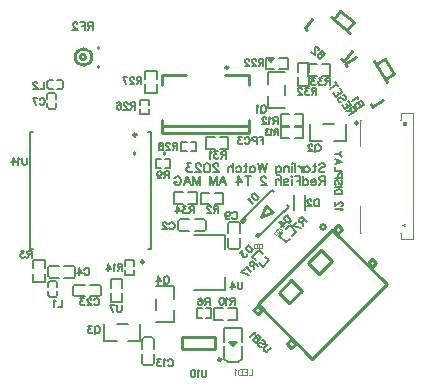
<source format=gbo>
G04 Layer: BottomSilkscreenLayer*
G04 Panelize: , Column: 1, Row: 1, Board Size: 35.35mm x 33.79mm, Panelized Board Size: 35.35mm x 33.79mm*
G04 EasyEDA v6.5.34, 2023-08-25 09:09:34*
G04 d93e2c1bc76747fc85efea62cec83403,9a4ed40c0dd746429eaf55b84663d2fb,10*
G04 Gerber Generator version 0.2*
G04 Scale: 100 percent, Rotated: No, Reflected: No *
G04 Dimensions in millimeters *
G04 leading zeros omitted , absolute positions ,4 integer and 5 decimal *
%FSLAX45Y45*%
%MOMM*%

%ADD10C,0.1524*%
%ADD11C,0.1270*%
%ADD12C,0.1000*%
%ADD13C,0.0500*%
%ADD14C,0.2540*%
%ADD15C,0.1250*%
%ADD16C,0.1520*%
%ADD17C,0.0100*%
%ADD18C,0.1500*%
%ADD19C,0.2489*%
%ADD20C,0.2500*%
%ADD21C,0.0174*%

%LPD*%
D10*
X526493Y415940D02*
G01*
X471759Y377614D01*
X526493Y415940D02*
G01*
X510070Y439397D01*
X501987Y445391D01*
X497555Y446173D01*
X490519Y445129D01*
X485305Y441479D01*
X481919Y435223D01*
X481136Y430791D01*
X484004Y421147D01*
X500430Y397690D01*
X487654Y415935D02*
G01*
X446209Y414103D01*
X488899Y469630D02*
G01*
X434164Y431307D01*
X488899Y469630D02*
G01*
X465173Y503514D01*
X462836Y451380D02*
G01*
X448236Y472231D01*
X434164Y431307D02*
G01*
X410438Y465188D01*
X419760Y551731D02*
G01*
X428622Y550169D01*
X436704Y544174D01*
X444004Y533747D01*
X446872Y524103D01*
X445310Y515241D01*
X440098Y511591D01*
X433059Y510547D01*
X428627Y511329D01*
X422371Y514718D01*
X406209Y526704D01*
X399950Y530092D01*
X395521Y530875D01*
X388482Y529831D01*
X380664Y524355D01*
X379100Y515493D01*
X381970Y505848D01*
X389270Y495424D01*
X397349Y489430D01*
X406214Y487865D01*
X415533Y574408D02*
G01*
X360799Y536082D01*
X415533Y574408D02*
G01*
X391807Y608291D01*
X389470Y556158D02*
G01*
X374868Y577009D01*
X360799Y536082D02*
G01*
X337073Y569965D01*
X366989Y643737D02*
G01*
X312254Y605414D01*
X379763Y625492D02*
G01*
X354213Y661982D01*
D11*
X405030Y-425894D02*
G01*
X407916Y-420121D01*
X416575Y-411462D01*
X355963Y-411462D01*
X402142Y-389526D02*
G01*
X405030Y-389526D01*
X410804Y-386638D01*
X413689Y-383753D01*
X416575Y-377979D01*
X416575Y-366435D01*
X413689Y-360662D01*
X410804Y-357776D01*
X405030Y-354888D01*
X399257Y-354888D01*
X393484Y-357776D01*
X384825Y-363550D01*
X355963Y-392412D01*
X355963Y-352003D01*
X269494Y-136951D02*
G01*
X269494Y-213314D01*
X269494Y-136951D02*
G01*
X236766Y-136951D01*
X225856Y-140586D01*
X222222Y-144223D01*
X218584Y-151495D01*
X218584Y-158767D01*
X222222Y-166042D01*
X225856Y-169677D01*
X236766Y-173314D01*
X269494Y-173314D01*
X244040Y-173314D02*
G01*
X218584Y-213314D01*
X194584Y-184223D02*
G01*
X150949Y-184223D01*
X150949Y-176951D01*
X154584Y-169677D01*
X158221Y-166042D01*
X165493Y-162405D01*
X176403Y-162405D01*
X183675Y-166042D01*
X190949Y-173314D01*
X194584Y-184223D01*
X194584Y-191495D01*
X190949Y-202404D01*
X183675Y-209677D01*
X176403Y-213314D01*
X165493Y-213314D01*
X158221Y-209677D01*
X150949Y-202404D01*
X83312Y-136951D02*
G01*
X83312Y-213314D01*
X83312Y-173314D02*
G01*
X90584Y-166042D01*
X97858Y-162405D01*
X108767Y-162405D01*
X116039Y-166042D01*
X123311Y-173314D01*
X126949Y-184223D01*
X126949Y-191495D01*
X123311Y-202404D01*
X116039Y-209677D01*
X108767Y-213314D01*
X97858Y-213314D01*
X90584Y-209677D01*
X83312Y-202404D01*
X59311Y-136951D02*
G01*
X59311Y-213314D01*
X59311Y-136951D02*
G01*
X12039Y-136951D01*
X59311Y-173314D02*
G01*
X30220Y-173314D01*
X-11960Y-136951D02*
G01*
X-15595Y-140586D01*
X-19232Y-136951D01*
X-15595Y-133314D01*
X-11960Y-136951D01*
X-15595Y-162405D02*
G01*
X-15595Y-213314D01*
X-83233Y-173314D02*
G01*
X-79595Y-166042D01*
X-68686Y-162405D01*
X-57777Y-162405D01*
X-46868Y-166042D01*
X-43233Y-173314D01*
X-46868Y-180586D01*
X-54142Y-184223D01*
X-72323Y-187860D01*
X-79595Y-191495D01*
X-83233Y-198767D01*
X-83233Y-202404D01*
X-79595Y-209677D01*
X-68686Y-213314D01*
X-57777Y-213314D01*
X-46868Y-209677D01*
X-43233Y-202404D01*
X-107233Y-136951D02*
G01*
X-107233Y-213314D01*
X-107233Y-176951D02*
G01*
X-118140Y-166042D01*
X-125415Y-162405D01*
X-136324Y-162405D01*
X-143596Y-166042D01*
X-147233Y-176951D01*
X-147233Y-213314D01*
X-230868Y-155133D02*
G01*
X-230868Y-151495D01*
X-234505Y-144223D01*
X-238140Y-140586D01*
X-245414Y-136951D01*
X-259958Y-136951D01*
X-267233Y-140586D01*
X-270868Y-144223D01*
X-274505Y-151495D01*
X-274505Y-158767D01*
X-270868Y-166042D01*
X-263596Y-176951D01*
X-227233Y-213314D01*
X-278140Y-213314D01*
X-383595Y-136951D02*
G01*
X-383595Y-213314D01*
X-358139Y-136951D02*
G01*
X-409049Y-136951D01*
X-469414Y-136951D02*
G01*
X-433049Y-187860D01*
X-487596Y-187860D01*
X-469414Y-136951D02*
G01*
X-469414Y-213314D01*
X-596686Y-136951D02*
G01*
X-567596Y-213314D01*
X-596686Y-136951D02*
G01*
X-625777Y-213314D01*
X-578505Y-187860D02*
G01*
X-614867Y-187860D01*
X-649777Y-136951D02*
G01*
X-649777Y-213314D01*
X-649777Y-136951D02*
G01*
X-678868Y-213314D01*
X-707958Y-136951D02*
G01*
X-678868Y-213314D01*
X-707958Y-136951D02*
G01*
X-707958Y-213314D01*
X-787958Y-136951D02*
G01*
X-787958Y-213314D01*
X-787958Y-136951D02*
G01*
X-817049Y-213314D01*
X-846140Y-136951D02*
G01*
X-817049Y-213314D01*
X-846140Y-136951D02*
G01*
X-846140Y-213314D01*
X-899231Y-136951D02*
G01*
X-870140Y-213314D01*
X-899231Y-136951D02*
G01*
X-928321Y-213314D01*
X-881049Y-187860D02*
G01*
X-917412Y-187860D01*
X-1006866Y-155133D02*
G01*
X-1003231Y-147861D01*
X-995956Y-140586D01*
X-988684Y-136951D01*
X-974140Y-136951D01*
X-966866Y-140586D01*
X-959594Y-147861D01*
X-955956Y-155133D01*
X-952322Y-166042D01*
X-952322Y-184223D01*
X-955956Y-195132D01*
X-959594Y-202404D01*
X-966866Y-209677D01*
X-974140Y-213314D01*
X-988684Y-213314D01*
X-995956Y-209677D01*
X-1003231Y-202404D01*
X-1006866Y-195132D01*
X-1006866Y-184223D01*
X-988684Y-184223D02*
G01*
X-1006866Y-184223D01*
X214525Y-39377D02*
G01*
X221797Y-32103D01*
X232707Y-28468D01*
X247253Y-28468D01*
X258163Y-32103D01*
X265435Y-39377D01*
X265435Y-46649D01*
X261797Y-53921D01*
X258163Y-57558D01*
X250888Y-61193D01*
X229072Y-68468D01*
X221797Y-72102D01*
X218163Y-75740D01*
X214525Y-83012D01*
X214525Y-93921D01*
X221797Y-101193D01*
X232707Y-104830D01*
X247253Y-104830D01*
X258163Y-101193D01*
X265435Y-93921D01*
X179616Y-28468D02*
G01*
X179616Y-90284D01*
X175981Y-101193D01*
X168706Y-104830D01*
X161434Y-104830D01*
X190525Y-53921D02*
G01*
X165072Y-53921D01*
X93799Y-53921D02*
G01*
X93799Y-104830D01*
X93799Y-64830D02*
G01*
X101071Y-57558D01*
X108343Y-53921D01*
X119253Y-53921D01*
X126525Y-57558D01*
X133799Y-64830D01*
X137434Y-75740D01*
X137434Y-83012D01*
X133799Y-93921D01*
X126525Y-101193D01*
X119253Y-104830D01*
X108343Y-104830D01*
X101071Y-101193D01*
X93799Y-93921D01*
X69799Y-53921D02*
G01*
X69799Y-104830D01*
X69799Y-75740D02*
G01*
X66161Y-64830D01*
X58889Y-57558D01*
X51617Y-53921D01*
X40708Y-53921D01*
X16708Y-28468D02*
G01*
X16708Y-104830D01*
X-7292Y-28468D02*
G01*
X-10927Y-32103D01*
X-14564Y-28468D01*
X-10927Y-24831D01*
X-7292Y-28468D01*
X-10927Y-53921D02*
G01*
X-10927Y-104830D01*
X-38564Y-53921D02*
G01*
X-38564Y-104830D01*
X-38564Y-68468D02*
G01*
X-49474Y-57558D01*
X-56746Y-53921D01*
X-67655Y-53921D01*
X-74927Y-57558D01*
X-78564Y-68468D01*
X-78564Y-104830D01*
X-146199Y-53921D02*
G01*
X-146199Y-112102D01*
X-142565Y-123012D01*
X-138927Y-126649D01*
X-131655Y-130284D01*
X-120746Y-130284D01*
X-113474Y-126649D01*
X-146199Y-64830D02*
G01*
X-138927Y-57558D01*
X-131655Y-53921D01*
X-120746Y-53921D01*
X-113474Y-57558D01*
X-106199Y-64830D01*
X-102565Y-75740D01*
X-102565Y-83012D01*
X-106199Y-93921D01*
X-113474Y-101193D01*
X-120746Y-104830D01*
X-131655Y-104830D01*
X-138927Y-101193D01*
X-146199Y-93921D01*
X-226199Y-28468D02*
G01*
X-244381Y-104830D01*
X-262564Y-28468D02*
G01*
X-244381Y-104830D01*
X-262564Y-28468D02*
G01*
X-280746Y-104830D01*
X-298927Y-28468D02*
G01*
X-280746Y-104830D01*
X-366562Y-53921D02*
G01*
X-366562Y-104830D01*
X-366562Y-64830D02*
G01*
X-359290Y-57558D01*
X-352018Y-53921D01*
X-341109Y-53921D01*
X-333837Y-57558D01*
X-326562Y-64830D01*
X-322927Y-75740D01*
X-322927Y-83012D01*
X-326562Y-93921D01*
X-333837Y-101193D01*
X-341109Y-104830D01*
X-352018Y-104830D01*
X-359290Y-101193D01*
X-366562Y-93921D01*
X-401472Y-28468D02*
G01*
X-401472Y-90284D01*
X-405109Y-101193D01*
X-412381Y-104830D01*
X-419653Y-104830D01*
X-390563Y-53921D02*
G01*
X-416018Y-53921D01*
X-487291Y-64830D02*
G01*
X-480016Y-57558D01*
X-472744Y-53921D01*
X-461835Y-53921D01*
X-454563Y-57558D01*
X-447291Y-64830D01*
X-443654Y-75740D01*
X-443654Y-83012D01*
X-447291Y-93921D01*
X-454563Y-101193D01*
X-461835Y-104830D01*
X-472744Y-104830D01*
X-480016Y-101193D01*
X-487291Y-93921D01*
X-511291Y-28468D02*
G01*
X-511291Y-104830D01*
X-511291Y-68468D02*
G01*
X-522198Y-57558D01*
X-529473Y-53921D01*
X-540382Y-53921D01*
X-547654Y-57558D01*
X-551291Y-68468D01*
X-551291Y-104830D01*
X-634926Y-46649D02*
G01*
X-634926Y-43012D01*
X-638563Y-35740D01*
X-642198Y-32103D01*
X-649472Y-28468D01*
X-664016Y-28468D01*
X-671291Y-32103D01*
X-674926Y-35740D01*
X-678563Y-43012D01*
X-678563Y-50284D01*
X-674926Y-57558D01*
X-667654Y-68468D01*
X-631291Y-104830D01*
X-682198Y-104830D01*
X-728017Y-28468D02*
G01*
X-717108Y-32103D01*
X-709836Y-43012D01*
X-706198Y-61193D01*
X-706198Y-72102D01*
X-709836Y-90284D01*
X-717108Y-101193D01*
X-728017Y-104830D01*
X-735289Y-104830D01*
X-746198Y-101193D01*
X-753473Y-90284D01*
X-757107Y-72102D01*
X-757107Y-61193D01*
X-753473Y-43012D01*
X-746198Y-32103D01*
X-735289Y-28468D01*
X-728017Y-28468D01*
X-784745Y-46649D02*
G01*
X-784745Y-43012D01*
X-788380Y-35740D01*
X-792017Y-32103D01*
X-799289Y-28468D01*
X-813836Y-28468D01*
X-821108Y-32103D01*
X-824745Y-35740D01*
X-828380Y-43012D01*
X-828380Y-50284D01*
X-824745Y-57558D01*
X-817471Y-68468D01*
X-781108Y-104830D01*
X-832017Y-104830D01*
X-863290Y-28468D02*
G01*
X-903290Y-28468D01*
X-881471Y-57558D01*
X-892380Y-57558D01*
X-899652Y-61193D01*
X-903290Y-64830D01*
X-906927Y-75740D01*
X-906927Y-83012D01*
X-903290Y-93921D01*
X-896018Y-101193D01*
X-885108Y-104830D01*
X-874199Y-104830D01*
X-863290Y-101193D01*
X-859652Y-97558D01*
X-856018Y-90284D01*
D10*
X596087Y470283D02*
G01*
X541352Y431957D01*
X596087Y470283D02*
G01*
X579663Y493740D01*
X571581Y499734D01*
X567148Y500514D01*
X560110Y499473D01*
X554898Y495823D01*
X551512Y489567D01*
X550730Y485134D01*
X553598Y475490D01*
X570024Y452033D02*
G01*
X553598Y475490D01*
X545518Y481484D01*
X541086Y482264D01*
X534047Y481220D01*
X526229Y475747D01*
X522841Y469491D01*
X522061Y465061D01*
X524929Y455414D01*
X541352Y431957D01*
X548065Y516674D02*
G01*
X547024Y523712D01*
X549368Y537006D01*
X494631Y498680D01*
D11*
X-253237Y195394D02*
G01*
X-253237Y134782D01*
X-253237Y195394D02*
G01*
X-290761Y195394D01*
X-253237Y166532D02*
G01*
X-276329Y166532D01*
X-309811Y195394D02*
G01*
X-309811Y134782D01*
X-309811Y195394D02*
G01*
X-335787Y195394D01*
X-344446Y192509D01*
X-347332Y189621D01*
X-350220Y183850D01*
X-350220Y175191D01*
X-347332Y169418D01*
X-344446Y166532D01*
X-335787Y163644D01*
X-309811Y163644D01*
X-412564Y180962D02*
G01*
X-409679Y186735D01*
X-403905Y192509D01*
X-398132Y195394D01*
X-386587Y195394D01*
X-380814Y192509D01*
X-375041Y186735D01*
X-372155Y180962D01*
X-369270Y172303D01*
X-369270Y157873D01*
X-372155Y149212D01*
X-375041Y143441D01*
X-380814Y137668D01*
X-386587Y134782D01*
X-398132Y134782D01*
X-403905Y137668D01*
X-409679Y143441D01*
X-412564Y149212D01*
X-437387Y195394D02*
G01*
X-469137Y195394D01*
X-451820Y172303D01*
X-460479Y172303D01*
X-466250Y169418D01*
X-469137Y166532D01*
X-472023Y157873D01*
X-472023Y152100D01*
X-469137Y143441D01*
X-463364Y137668D01*
X-454705Y134782D01*
X-446046Y134782D01*
X-437387Y137668D01*
X-434500Y140553D01*
X-431614Y146326D01*
X-1698243Y1165377D02*
G01*
X-1698243Y1098557D01*
X-1698243Y1165377D02*
G01*
X-1726879Y1165377D01*
X-1736425Y1162194D01*
X-1739607Y1159012D01*
X-1742790Y1152649D01*
X-1742790Y1146284D01*
X-1739607Y1139921D01*
X-1736425Y1136738D01*
X-1726879Y1133558D01*
X-1698243Y1133558D01*
X-1720517Y1133558D02*
G01*
X-1742790Y1098557D01*
X-1763788Y1165377D02*
G01*
X-1763788Y1098557D01*
X-1763788Y1165377D02*
G01*
X-1805152Y1165377D01*
X-1763788Y1133558D02*
G01*
X-1789244Y1133558D01*
X-1829333Y1149466D02*
G01*
X-1829333Y1152649D01*
X-1832516Y1159012D01*
X-1835698Y1162194D01*
X-1842061Y1165377D01*
X-1854789Y1165377D01*
X-1861151Y1162194D01*
X-1864334Y1159012D01*
X-1867517Y1152649D01*
X-1867517Y1146284D01*
X-1864334Y1139921D01*
X-1857971Y1130376D01*
X-1826153Y1098557D01*
X-1870697Y1098557D01*
X-431037Y-1032441D02*
G01*
X-431037Y-1075735D01*
X-433923Y-1084394D01*
X-439696Y-1090168D01*
X-448355Y-1093053D01*
X-454129Y-1093053D01*
X-462787Y-1090168D01*
X-468561Y-1084394D01*
X-471446Y-1075735D01*
X-471446Y-1032441D01*
X-519361Y-1032441D02*
G01*
X-490496Y-1072850D01*
X-533793Y-1072850D01*
X-519361Y-1032441D02*
G01*
X-519361Y-1093053D01*
X-188625Y-1588673D02*
G01*
X-219240Y-1619288D01*
X-227403Y-1623369D01*
X-235567Y-1623369D01*
X-243730Y-1619288D01*
X-247812Y-1615206D01*
X-251894Y-1607040D01*
X-251894Y-1598876D01*
X-247812Y-1590713D01*
X-217197Y-1560098D01*
X-265363Y-1524177D02*
G01*
X-257200Y-1524177D01*
X-249036Y-1528259D01*
X-240873Y-1536423D01*
X-236791Y-1544586D01*
X-236791Y-1552752D01*
X-240873Y-1556834D01*
X-246997Y-1558874D01*
X-251078Y-1558874D01*
X-257200Y-1556834D01*
X-273527Y-1548668D01*
X-279651Y-1546628D01*
X-283733Y-1546628D01*
X-289857Y-1548668D01*
X-295978Y-1554792D01*
X-295978Y-1562955D01*
X-291896Y-1571119D01*
X-283733Y-1579283D01*
X-275569Y-1583364D01*
X-267406Y-1583364D01*
X-272712Y-1504584D02*
G01*
X-315572Y-1547444D01*
X-272712Y-1504584D02*
G01*
X-291081Y-1486217D01*
X-299245Y-1482133D01*
X-303326Y-1482133D01*
X-309450Y-1484175D01*
X-313532Y-1488257D01*
X-315572Y-1494381D01*
X-315572Y-1498462D01*
X-311490Y-1506626D01*
X-293121Y-1524995D02*
G01*
X-311490Y-1506626D01*
X-319653Y-1502544D01*
X-323735Y-1502544D01*
X-329859Y-1504584D01*
X-335981Y-1510708D01*
X-338023Y-1516829D01*
X-338023Y-1520913D01*
X-333941Y-1529077D01*
X-315572Y-1547444D01*
X-322920Y-1470705D02*
G01*
X-324959Y-1464581D01*
X-324959Y-1452336D01*
X-367819Y-1495196D01*
X413580Y-286511D02*
G01*
X352968Y-286511D01*
X413580Y-286511D02*
G01*
X413580Y-266306D01*
X410695Y-257647D01*
X404921Y-251876D01*
X399148Y-248988D01*
X390489Y-246103D01*
X376059Y-246103D01*
X367398Y-248988D01*
X361627Y-251876D01*
X355854Y-257647D01*
X352968Y-266306D01*
X352968Y-286511D01*
X413580Y-227053D02*
G01*
X352968Y-227053D01*
X404921Y-167594D02*
G01*
X410695Y-173367D01*
X413580Y-182026D01*
X413580Y-193570D01*
X410695Y-202229D01*
X404921Y-208003D01*
X399148Y-208003D01*
X393377Y-205117D01*
X390489Y-202229D01*
X387604Y-196458D01*
X381830Y-179138D01*
X378945Y-173367D01*
X376059Y-170479D01*
X370286Y-167594D01*
X361627Y-167594D01*
X355854Y-173367D01*
X352968Y-182026D01*
X352968Y-193570D01*
X355854Y-202229D01*
X361627Y-208003D01*
X413580Y-148544D02*
G01*
X352968Y-148544D01*
X413580Y-148544D02*
G01*
X413580Y-122567D01*
X410695Y-113908D01*
X407807Y-111020D01*
X402036Y-108135D01*
X393377Y-108135D01*
X387604Y-111020D01*
X384718Y-113908D01*
X381830Y-122567D01*
X381830Y-148544D01*
X413580Y-89085D02*
G01*
X352968Y-89085D01*
X352968Y-89085D02*
G01*
X352968Y-54449D01*
X413580Y-12308D02*
G01*
X352968Y-35399D01*
X413580Y-12308D02*
G01*
X352968Y10782D01*
X373171Y-26738D02*
G01*
X373171Y2123D01*
X413580Y29832D02*
G01*
X384718Y52923D01*
X352968Y52923D01*
X413580Y76014D02*
G01*
X384718Y52923D01*
D12*
X932180Y325493D02*
G01*
X951230Y312793D01*
X932180Y312793D02*
G01*
X951230Y325493D01*
X932180Y306697D02*
G01*
X951230Y293997D01*
X932180Y293997D02*
G01*
X951230Y306697D01*
D13*
X922274Y-551812D02*
G01*
X941324Y-544446D01*
X922274Y-551812D02*
G01*
X941324Y-559178D01*
X934974Y-547240D02*
G01*
X934974Y-556384D01*
D11*
X214884Y-331147D02*
G01*
X214884Y-391759D01*
X214884Y-331147D02*
G01*
X194678Y-331147D01*
X186019Y-334032D01*
X180248Y-339806D01*
X177360Y-345579D01*
X174475Y-354238D01*
X174475Y-368668D01*
X177360Y-377329D01*
X180248Y-383100D01*
X186019Y-388873D01*
X194678Y-391759D01*
X214884Y-391759D01*
X152539Y-345579D02*
G01*
X152539Y-342691D01*
X149651Y-336920D01*
X146766Y-334032D01*
X140992Y-331147D01*
X129448Y-331147D01*
X123675Y-334032D01*
X120789Y-336920D01*
X117901Y-342691D01*
X117901Y-348465D01*
X120789Y-354238D01*
X126560Y-362897D01*
X155425Y-391759D01*
X115016Y-391759D01*
X-57015Y-466852D02*
G01*
X-16776Y-511543D01*
X-57015Y-466852D02*
G01*
X-71912Y-480265D01*
X-76380Y-488142D01*
X-76804Y-496229D01*
X-75100Y-502401D01*
X-71480Y-510702D01*
X-61899Y-521342D01*
X-54023Y-525810D01*
X-48061Y-528152D01*
X-39974Y-528576D01*
X-31673Y-524954D01*
X-16776Y-511543D01*
X-122135Y-525485D02*
G01*
X-74028Y-536117D01*
X-105951Y-564860D01*
X-122135Y-525485D02*
G01*
X-81897Y-570176D01*
X-333242Y-278897D02*
G01*
X-290720Y-321419D01*
X-333242Y-278897D02*
G01*
X-347416Y-293072D01*
X-351467Y-301170D01*
X-351467Y-309270D01*
X-349440Y-315346D01*
X-345391Y-323446D01*
X-335267Y-333570D01*
X-327167Y-337619D01*
X-321094Y-339643D01*
X-312994Y-339643D01*
X-304893Y-335594D01*
X-290720Y-321419D01*
X-366854Y-328709D02*
G01*
X-372930Y-330733D01*
X-385079Y-330733D01*
X-342557Y-373258D01*
X-380867Y-719327D02*
G01*
X-340626Y-764019D01*
X-380867Y-719327D02*
G01*
X-395765Y-732741D01*
X-400230Y-740618D01*
X-400654Y-748708D01*
X-398950Y-754877D01*
X-395330Y-763181D01*
X-385749Y-773821D01*
X-377873Y-778286D01*
X-371911Y-780628D01*
X-363824Y-781052D01*
X-355523Y-777430D01*
X-340626Y-764019D01*
X-428962Y-762632D02*
G01*
X-452371Y-783709D01*
X-424273Y-789238D01*
X-430656Y-794986D01*
X-432998Y-800948D01*
X-433207Y-804992D01*
X-429590Y-813292D01*
X-425757Y-817549D01*
X-417878Y-822017D01*
X-409790Y-822439D01*
X-401490Y-818819D01*
X-395107Y-813071D01*
X-390639Y-805195D01*
X-390425Y-801149D01*
X-392132Y-794979D01*
X-130972Y260167D02*
G01*
X-130972Y212440D01*
X-130972Y260167D02*
G01*
X-151427Y260167D01*
X-158244Y257893D01*
X-160517Y255620D01*
X-162791Y251076D01*
X-162791Y246529D01*
X-160517Y241985D01*
X-158244Y239712D01*
X-151427Y237439D01*
X-130972Y237439D01*
X-146880Y237439D02*
G01*
X-162791Y212440D01*
X-177789Y251076D02*
G01*
X-182336Y253349D01*
X-189153Y260167D01*
X-189153Y212440D01*
X-208699Y260167D02*
G01*
X-233700Y260167D01*
X-220063Y241985D01*
X-226880Y241985D01*
X-231427Y239712D01*
X-233700Y237439D01*
X-235971Y230621D01*
X-235971Y226075D01*
X-233700Y219257D01*
X-229153Y214711D01*
X-222336Y212440D01*
X-215518Y212440D01*
X-208699Y214711D01*
X-206425Y216984D01*
X-204155Y221531D01*
X268518Y900239D02*
G01*
X229557Y853808D01*
X268518Y900239D02*
G01*
X248617Y916937D01*
X240129Y920292D01*
X236062Y919937D01*
X230141Y917369D01*
X226430Y912947D01*
X224932Y906670D01*
X225287Y902604D01*
X230065Y894826D01*
X249963Y878128D02*
G01*
X230065Y894826D01*
X221576Y898182D01*
X217510Y897826D01*
X211589Y895258D01*
X206021Y888626D01*
X204523Y882347D01*
X204878Y878281D01*
X209656Y870506D01*
X229557Y853808D01*
X211482Y929259D02*
G01*
X213337Y931471D01*
X214835Y937747D01*
X214480Y941814D01*
X211914Y947734D01*
X203070Y955156D01*
X196791Y956657D01*
X192725Y956299D01*
X186804Y953734D01*
X183093Y949312D01*
X181594Y943033D01*
X180451Y932690D01*
X184007Y892027D01*
X153052Y918001D01*
X-2255773Y21912D02*
G01*
X-2255773Y-21381D01*
X-2258659Y-30040D01*
X-2264432Y-35813D01*
X-2273091Y-38699D01*
X-2278865Y-38699D01*
X-2287523Y-35813D01*
X-2293297Y-30040D01*
X-2296182Y-21381D01*
X-2296182Y21912D01*
X-2315232Y10368D02*
G01*
X-2321006Y13253D01*
X-2329665Y21912D01*
X-2329665Y-38699D01*
X-2377579Y21912D02*
G01*
X-2348715Y-18496D01*
X-2392009Y-18496D01*
X-2377579Y21912D02*
G01*
X-2377579Y-38699D01*
D12*
X-352043Y-1771233D02*
G01*
X-352043Y-1818960D01*
X-352043Y-1818960D02*
G01*
X-379315Y-1818960D01*
X-394317Y-1771233D02*
G01*
X-394317Y-1818960D01*
X-394317Y-1771233D02*
G01*
X-423862Y-1771233D01*
X-394317Y-1793961D02*
G01*
X-412498Y-1793961D01*
X-394317Y-1818960D02*
G01*
X-423862Y-1818960D01*
X-438861Y-1771233D02*
G01*
X-438861Y-1818960D01*
X-438861Y-1771233D02*
G01*
X-454771Y-1771233D01*
X-461589Y-1773506D01*
X-466135Y-1778050D01*
X-468406Y-1782597D01*
X-470679Y-1789414D01*
X-470679Y-1800778D01*
X-468406Y-1807596D01*
X-466135Y-1812142D01*
X-461589Y-1816689D01*
X-454771Y-1818960D01*
X-438861Y-1818960D01*
X-485681Y-1780324D02*
G01*
X-490225Y-1778050D01*
X-497042Y-1771233D01*
X-497042Y-1818960D01*
D11*
X-518528Y-451243D02*
G01*
X-515642Y-445470D01*
X-509869Y-439696D01*
X-504098Y-436811D01*
X-492551Y-436811D01*
X-486778Y-439696D01*
X-481007Y-445470D01*
X-478119Y-451243D01*
X-475234Y-459902D01*
X-475234Y-474332D01*
X-478119Y-482993D01*
X-481007Y-488764D01*
X-486778Y-494537D01*
X-492551Y-497423D01*
X-504098Y-497423D01*
X-509869Y-494537D01*
X-515642Y-488764D01*
X-518528Y-482993D01*
X-575101Y-457014D02*
G01*
X-572216Y-465673D01*
X-566442Y-471446D01*
X-557784Y-474332D01*
X-554898Y-474332D01*
X-546239Y-471446D01*
X-540466Y-465673D01*
X-537578Y-457014D01*
X-537578Y-454129D01*
X-540466Y-445470D01*
X-546239Y-439696D01*
X-554898Y-436811D01*
X-557784Y-436811D01*
X-566442Y-439696D01*
X-572216Y-445470D01*
X-575101Y-457014D01*
X-575101Y-471446D01*
X-572216Y-485879D01*
X-566442Y-494537D01*
X-557784Y-497423D01*
X-552010Y-497423D01*
X-543351Y-494537D01*
X-540466Y-488764D01*
X-1055877Y-94165D02*
G01*
X-1055877Y-154777D01*
X-1055877Y-94165D02*
G01*
X-1081854Y-94165D01*
X-1090513Y-97050D01*
X-1093401Y-99936D01*
X-1096286Y-105709D01*
X-1096286Y-111483D01*
X-1093401Y-117256D01*
X-1090513Y-120142D01*
X-1081854Y-123027D01*
X-1055877Y-123027D01*
X-1076083Y-123027D02*
G01*
X-1096286Y-154777D01*
X-1152860Y-114368D02*
G01*
X-1149972Y-123027D01*
X-1144201Y-128800D01*
X-1135542Y-131686D01*
X-1132654Y-131686D01*
X-1123995Y-128800D01*
X-1118222Y-123027D01*
X-1115336Y-114368D01*
X-1115336Y-111483D01*
X-1118222Y-102824D01*
X-1123995Y-97050D01*
X-1132654Y-94165D01*
X-1135542Y-94165D01*
X-1144201Y-97050D01*
X-1149972Y-102824D01*
X-1152860Y-114368D01*
X-1152860Y-128800D01*
X-1149972Y-143233D01*
X-1144201Y-151892D01*
X-1135542Y-154777D01*
X-1129769Y-154777D01*
X-1121110Y-151892D01*
X-1118222Y-146118D01*
X-1339344Y488243D02*
G01*
X-1339344Y427631D01*
X-1339344Y488243D02*
G01*
X-1365321Y488243D01*
X-1373979Y485358D01*
X-1376867Y482470D01*
X-1379753Y476699D01*
X-1379753Y470926D01*
X-1376867Y465152D01*
X-1373979Y462267D01*
X-1365321Y459381D01*
X-1339344Y459381D01*
X-1359550Y459381D02*
G01*
X-1379753Y427631D01*
X-1401688Y473811D02*
G01*
X-1401688Y476699D01*
X-1404576Y482470D01*
X-1407462Y485358D01*
X-1413235Y488243D01*
X-1424779Y488243D01*
X-1430553Y485358D01*
X-1433438Y482470D01*
X-1436326Y476699D01*
X-1436326Y470926D01*
X-1433438Y465152D01*
X-1427667Y456493D01*
X-1398803Y427631D01*
X-1439212Y427631D01*
X-1492897Y479585D02*
G01*
X-1490012Y485358D01*
X-1481353Y488243D01*
X-1475579Y488243D01*
X-1466921Y485358D01*
X-1461147Y476699D01*
X-1458262Y462267D01*
X-1458262Y447835D01*
X-1461147Y436290D01*
X-1466921Y430517D01*
X-1475579Y427631D01*
X-1478467Y427631D01*
X-1487126Y430517D01*
X-1492897Y436290D01*
X-1495785Y444949D01*
X-1495785Y447835D01*
X-1492897Y456493D01*
X-1487126Y462267D01*
X-1478467Y465152D01*
X-1475579Y465152D01*
X-1466921Y462267D01*
X-1461147Y456493D01*
X-1458262Y447835D01*
X-1287020Y702365D02*
G01*
X-1287020Y641753D01*
X-1287020Y702365D02*
G01*
X-1312997Y702365D01*
X-1321655Y699480D01*
X-1324543Y696592D01*
X-1327429Y690821D01*
X-1327429Y685048D01*
X-1324543Y679274D01*
X-1321655Y676389D01*
X-1312997Y673503D01*
X-1287020Y673503D01*
X-1307226Y673503D02*
G01*
X-1327429Y641753D01*
X-1349364Y687933D02*
G01*
X-1349364Y690821D01*
X-1352252Y696592D01*
X-1355138Y699480D01*
X-1360911Y702365D01*
X-1372455Y702365D01*
X-1378229Y699480D01*
X-1381114Y696592D01*
X-1384002Y690821D01*
X-1384002Y685048D01*
X-1381114Y679274D01*
X-1375343Y670615D01*
X-1346479Y641753D01*
X-1386888Y641753D01*
X-1446347Y702365D02*
G01*
X-1417485Y641753D01*
X-1405938Y702365D02*
G01*
X-1446347Y702365D01*
X-981509Y146944D02*
G01*
X-981509Y86332D01*
X-981509Y146944D02*
G01*
X-1007485Y146944D01*
X-1016144Y144058D01*
X-1019032Y141170D01*
X-1021918Y135399D01*
X-1021918Y129626D01*
X-1019032Y123852D01*
X-1016144Y120967D01*
X-1007485Y118082D01*
X-981509Y118082D01*
X-1001715Y118082D02*
G01*
X-1021918Y86332D01*
X-1043853Y132511D02*
G01*
X-1043853Y135399D01*
X-1046741Y141170D01*
X-1049627Y144058D01*
X-1055400Y146944D01*
X-1066944Y146944D01*
X-1072718Y144058D01*
X-1075603Y141170D01*
X-1078491Y135399D01*
X-1078491Y129626D01*
X-1075603Y123852D01*
X-1069832Y115194D01*
X-1040968Y86332D01*
X-1081377Y86332D01*
X-1114859Y146944D02*
G01*
X-1106200Y144058D01*
X-1103312Y138285D01*
X-1103312Y132511D01*
X-1106200Y126740D01*
X-1111973Y123852D01*
X-1123518Y120967D01*
X-1132177Y118082D01*
X-1137950Y112308D01*
X-1140835Y106535D01*
X-1140835Y97876D01*
X-1137950Y92102D01*
X-1135062Y89217D01*
X-1126403Y86332D01*
X-1114859Y86332D01*
X-1106200Y89217D01*
X-1103312Y92102D01*
X-1100427Y97876D01*
X-1100427Y106535D01*
X-1103312Y112308D01*
X-1109085Y118082D01*
X-1117744Y120967D01*
X-1129291Y123852D01*
X-1135062Y126740D01*
X-1137950Y132511D01*
X-1137950Y138285D01*
X-1135062Y144058D01*
X-1126403Y146944D01*
X-1114859Y146944D01*
X-841755Y-390583D02*
G01*
X-841755Y-451195D01*
X-841755Y-390583D02*
G01*
X-867732Y-390583D01*
X-876391Y-393468D01*
X-879279Y-396354D01*
X-882164Y-402127D01*
X-882164Y-407901D01*
X-879279Y-413674D01*
X-876391Y-416560D01*
X-867732Y-419445D01*
X-841755Y-419445D01*
X-861961Y-419445D02*
G01*
X-882164Y-451195D01*
X-906988Y-390583D02*
G01*
X-938738Y-390583D01*
X-921420Y-413674D01*
X-930079Y-413674D01*
X-935850Y-416560D01*
X-938738Y-419445D01*
X-941623Y-428104D01*
X-941623Y-433877D01*
X-938738Y-442536D01*
X-932964Y-448310D01*
X-924305Y-451195D01*
X-915647Y-451195D01*
X-906988Y-448310D01*
X-904100Y-445424D01*
X-901214Y-439651D01*
X-989538Y-390583D02*
G01*
X-960673Y-430992D01*
X-1003970Y-430992D01*
X-989538Y-390583D02*
G01*
X-989538Y-451195D01*
X-494791Y-1163759D02*
G01*
X-494791Y-1224371D01*
X-494791Y-1163759D02*
G01*
X-520768Y-1163759D01*
X-529427Y-1166644D01*
X-532315Y-1169530D01*
X-535200Y-1175303D01*
X-535200Y-1181077D01*
X-532315Y-1186850D01*
X-529427Y-1189735D01*
X-520768Y-1192621D01*
X-494791Y-1192621D01*
X-514997Y-1192621D02*
G01*
X-535200Y-1224371D01*
X-554250Y-1175303D02*
G01*
X-560024Y-1172418D01*
X-568683Y-1163759D01*
X-568683Y-1224371D01*
X-605050Y-1163759D02*
G01*
X-596391Y-1166644D01*
X-590618Y-1175303D01*
X-587733Y-1189735D01*
X-587733Y-1198394D01*
X-590618Y-1212827D01*
X-596391Y-1221485D01*
X-605050Y-1224371D01*
X-610824Y-1224371D01*
X-619483Y-1221485D01*
X-625256Y-1212827D01*
X-628141Y-1198394D01*
X-628141Y-1189735D01*
X-625256Y-1175303D01*
X-619483Y-1166644D01*
X-610824Y-1163759D01*
X-605050Y-1163759D01*
X309880Y695774D02*
G01*
X309880Y635162D01*
X309880Y695774D02*
G01*
X283903Y695774D01*
X275244Y692889D01*
X272356Y690001D01*
X269471Y684230D01*
X269471Y678456D01*
X272356Y672683D01*
X275244Y669797D01*
X283903Y666912D01*
X309880Y666912D01*
X289674Y666912D02*
G01*
X269471Y635162D01*
X244647Y695774D02*
G01*
X212897Y695774D01*
X230215Y672683D01*
X221556Y672683D01*
X215785Y669797D01*
X212897Y666912D01*
X210012Y658253D01*
X210012Y652480D01*
X212897Y643821D01*
X218671Y638047D01*
X227330Y635162D01*
X235988Y635162D01*
X244647Y638047D01*
X247535Y640933D01*
X250421Y646706D01*
X185188Y695774D02*
G01*
X153438Y695774D01*
X170756Y672683D01*
X162097Y672683D01*
X156326Y669797D01*
X153438Y666912D01*
X150553Y658253D01*
X150553Y652480D01*
X153438Y643821D01*
X159212Y638047D01*
X167871Y635162D01*
X176530Y635162D01*
X185188Y638047D01*
X188076Y640933D01*
X190962Y646706D01*
X-2211834Y-766503D02*
G01*
X-2211831Y-827115D01*
X-2211834Y-766503D02*
G01*
X-2237808Y-766500D01*
X-2246469Y-769388D01*
X-2249355Y-772274D01*
X-2252243Y-778047D01*
X-2252240Y-783821D01*
X-2249355Y-789594D01*
X-2246467Y-792479D01*
X-2237808Y-795365D01*
X-2211831Y-795365D01*
X-2232037Y-795365D02*
G01*
X-2252240Y-827117D01*
X-2277064Y-766500D02*
G01*
X-2308814Y-766500D01*
X-2291496Y-789592D01*
X-2300155Y-789594D01*
X-2305926Y-792479D01*
X-2308814Y-795367D01*
X-2311699Y-804024D01*
X-2311699Y-809797D01*
X-2308814Y-818459D01*
X-2303040Y-824229D01*
X-2294381Y-827115D01*
X-2285723Y-827117D01*
X-2277064Y-824229D01*
X-2274178Y-821344D01*
X-2271290Y-815571D01*
X-1958593Y-1183825D02*
G01*
X-1958593Y-1244437D01*
X-1958593Y-1244437D02*
G01*
X-1993229Y-1244437D01*
X-2012279Y-1195369D02*
G01*
X-2018052Y-1192484D01*
X-2026711Y-1183825D01*
X-2026711Y-1244437D01*
X-2110031Y663326D02*
G01*
X-2110031Y602714D01*
X-2110031Y602714D02*
G01*
X-2144666Y602714D01*
X-2166604Y648893D02*
G01*
X-2166604Y651781D01*
X-2169490Y657555D01*
X-2172375Y660440D01*
X-2178149Y663326D01*
X-2189695Y663326D01*
X-2195466Y660440D01*
X-2198354Y657555D01*
X-2201240Y651781D01*
X-2201240Y646008D01*
X-2198354Y640234D01*
X-2192581Y631576D01*
X-2163716Y602714D01*
X-2204125Y602714D01*
X-1447853Y-880231D02*
G01*
X-1447853Y-940843D01*
X-1447853Y-880231D02*
G01*
X-1473829Y-880231D01*
X-1482488Y-883117D01*
X-1485376Y-886002D01*
X-1488262Y-891776D01*
X-1488262Y-897549D01*
X-1485376Y-903323D01*
X-1482488Y-906208D01*
X-1473829Y-909093D01*
X-1447853Y-909093D01*
X-1468059Y-909093D02*
G01*
X-1488262Y-940843D01*
X-1507312Y-891776D02*
G01*
X-1513085Y-888890D01*
X-1521744Y-880231D01*
X-1521744Y-940843D01*
X-1569659Y-880231D02*
G01*
X-1540794Y-920640D01*
X-1584088Y-920640D01*
X-1569659Y-880231D02*
G01*
X-1569659Y-940843D01*
X68991Y-484281D02*
G01*
X111851Y-527141D01*
X68991Y-484281D02*
G01*
X50622Y-502648D01*
X46540Y-510814D01*
X46540Y-514896D01*
X48580Y-521017D01*
X52661Y-525099D01*
X58785Y-527141D01*
X62867Y-527141D01*
X71031Y-523059D01*
X89400Y-504690D01*
X75112Y-518977D02*
G01*
X83276Y-555713D01*
X-1628Y-554898D02*
G01*
X61643Y-577349D01*
X26946Y-526323D02*
G01*
X-1628Y-554898D01*
X-346552Y-854867D02*
G01*
X-303692Y-897727D01*
X-346552Y-854867D02*
G01*
X-364921Y-873234D01*
X-369003Y-881400D01*
X-369003Y-885482D01*
X-366963Y-891603D01*
X-362882Y-895685D01*
X-356758Y-897727D01*
X-352676Y-897727D01*
X-344512Y-893645D01*
X-326143Y-875276D01*
X-340431Y-889563D02*
G01*
X-332267Y-926299D01*
X-380433Y-905073D02*
G01*
X-386557Y-907115D01*
X-398802Y-907115D01*
X-355942Y-949975D01*
X-440844Y-949159D02*
G01*
X-377576Y-971610D01*
X-412272Y-920584D02*
G01*
X-440844Y-949159D01*
X-634491Y-386519D02*
G01*
X-634491Y-447131D01*
X-634491Y-386519D02*
G01*
X-660468Y-386519D01*
X-669127Y-389404D01*
X-672015Y-392290D01*
X-674900Y-398063D01*
X-674900Y-403837D01*
X-672015Y-409610D01*
X-669127Y-412495D01*
X-660468Y-415381D01*
X-634491Y-415381D01*
X-654697Y-415381D02*
G01*
X-674900Y-447131D01*
X-696836Y-400951D02*
G01*
X-696836Y-398063D01*
X-699724Y-392290D01*
X-702609Y-389404D01*
X-708383Y-386519D01*
X-719927Y-386519D01*
X-725700Y-389404D01*
X-728586Y-392290D01*
X-731474Y-398063D01*
X-731474Y-403837D01*
X-728586Y-409610D01*
X-722815Y-418269D01*
X-693950Y-447131D01*
X-734359Y-447131D01*
X212552Y134180D02*
G01*
X218325Y131295D01*
X224096Y125521D01*
X226984Y119748D01*
X229870Y111089D01*
X229870Y96659D01*
X226984Y87998D01*
X224096Y82227D01*
X218325Y76454D01*
X212552Y73568D01*
X201005Y73568D01*
X195234Y76454D01*
X189461Y82227D01*
X186575Y87998D01*
X183687Y96659D01*
X183687Y111089D01*
X186575Y119748D01*
X189461Y125521D01*
X195234Y131295D01*
X201005Y134180D01*
X212552Y134180D01*
X203893Y85112D02*
G01*
X186575Y67795D01*
X161752Y119748D02*
G01*
X161752Y122636D01*
X158866Y128407D01*
X155978Y131295D01*
X150205Y134180D01*
X138661Y134180D01*
X132887Y131295D01*
X130002Y128407D01*
X127116Y122636D01*
X127116Y116862D01*
X130002Y111089D01*
X135775Y102430D01*
X164637Y73568D01*
X124228Y73568D01*
X-709929Y-1169855D02*
G01*
X-709929Y-1230467D01*
X-709929Y-1169855D02*
G01*
X-735906Y-1169855D01*
X-744565Y-1172740D01*
X-747453Y-1175626D01*
X-750338Y-1181399D01*
X-750338Y-1187173D01*
X-747453Y-1192946D01*
X-744565Y-1195831D01*
X-735906Y-1198717D01*
X-709929Y-1198717D01*
X-730135Y-1198717D02*
G01*
X-750338Y-1230467D01*
X-804024Y-1178514D02*
G01*
X-801138Y-1172740D01*
X-792479Y-1169855D01*
X-786706Y-1169855D01*
X-778047Y-1172740D01*
X-772274Y-1181399D01*
X-769388Y-1195831D01*
X-769388Y-1210264D01*
X-772274Y-1221808D01*
X-778047Y-1227581D01*
X-786706Y-1230467D01*
X-789594Y-1230467D01*
X-798253Y-1227581D01*
X-804024Y-1221808D01*
X-806912Y-1213149D01*
X-806912Y-1210264D01*
X-804024Y-1201605D01*
X-798253Y-1195831D01*
X-789594Y-1192946D01*
X-786706Y-1192946D01*
X-778047Y-1195831D01*
X-772274Y-1201605D01*
X-769388Y-1210264D01*
X-1049134Y-540905D02*
G01*
X-1046248Y-535132D01*
X-1040475Y-529358D01*
X-1034704Y-526473D01*
X-1023157Y-526473D01*
X-1017384Y-529358D01*
X-1011613Y-535132D01*
X-1008725Y-540905D01*
X-1005839Y-549564D01*
X-1005839Y-563994D01*
X-1008725Y-572655D01*
X-1011613Y-578426D01*
X-1017384Y-584200D01*
X-1023157Y-587085D01*
X-1034704Y-587085D01*
X-1040475Y-584200D01*
X-1046248Y-578426D01*
X-1049134Y-572655D01*
X-1071072Y-540905D02*
G01*
X-1071072Y-538017D01*
X-1073957Y-532244D01*
X-1076845Y-529358D01*
X-1082616Y-526473D01*
X-1094163Y-526473D01*
X-1099934Y-529358D01*
X-1102822Y-532244D01*
X-1105707Y-538017D01*
X-1105707Y-543791D01*
X-1102822Y-549564D01*
X-1097048Y-558223D01*
X-1068184Y-587085D01*
X-1108595Y-587085D01*
X-1061780Y-1698955D02*
G01*
X-1058895Y-1693181D01*
X-1053122Y-1687408D01*
X-1047351Y-1684522D01*
X-1035804Y-1684522D01*
X-1030030Y-1687408D01*
X-1024260Y-1693181D01*
X-1021372Y-1698955D01*
X-1018486Y-1707614D01*
X-1018486Y-1722043D01*
X-1021372Y-1730705D01*
X-1024260Y-1736476D01*
X-1030030Y-1742249D01*
X-1035804Y-1745134D01*
X-1047351Y-1745134D01*
X-1053122Y-1742249D01*
X-1058895Y-1736476D01*
X-1061780Y-1730705D01*
X-1080830Y-1696067D02*
G01*
X-1086604Y-1693181D01*
X-1095263Y-1684522D01*
X-1095263Y-1745134D01*
X-1120086Y-1684522D02*
G01*
X-1151836Y-1684522D01*
X-1134518Y-1707614D01*
X-1143177Y-1707614D01*
X-1148951Y-1710499D01*
X-1151836Y-1713384D01*
X-1154722Y-1722043D01*
X-1154722Y-1727817D01*
X-1151836Y-1736476D01*
X-1146063Y-1742249D01*
X-1137404Y-1745134D01*
X-1128745Y-1745134D01*
X-1120086Y-1742249D01*
X-1117201Y-1739364D01*
X-1114313Y-1733590D01*
X-248975Y462612D02*
G01*
X-243202Y459727D01*
X-237431Y453953D01*
X-234543Y448180D01*
X-231658Y439521D01*
X-231658Y425091D01*
X-234543Y416430D01*
X-237431Y410659D01*
X-243202Y404886D01*
X-248975Y402000D01*
X-260522Y402000D01*
X-266293Y404886D01*
X-272067Y410659D01*
X-274952Y416430D01*
X-277840Y425091D01*
X-277840Y439521D01*
X-274952Y448180D01*
X-272067Y453953D01*
X-266293Y459727D01*
X-260522Y462612D01*
X-248975Y462612D01*
X-257634Y413545D02*
G01*
X-274952Y396227D01*
X-296890Y451068D02*
G01*
X-302663Y453953D01*
X-311322Y462612D01*
X-311322Y402000D01*
X-2149007Y512241D02*
G01*
X-2146122Y518015D01*
X-2140348Y523788D01*
X-2134577Y526674D01*
X-2123031Y526674D01*
X-2117257Y523788D01*
X-2111486Y518015D01*
X-2108598Y512241D01*
X-2105713Y503582D01*
X-2105713Y489153D01*
X-2108598Y480491D01*
X-2111486Y474720D01*
X-2117257Y468947D01*
X-2123031Y466062D01*
X-2134577Y466062D01*
X-2140348Y468947D01*
X-2146122Y474720D01*
X-2149007Y480491D01*
X-2208469Y526674D02*
G01*
X-2179604Y466062D01*
X-2168057Y526674D02*
G01*
X-2208469Y526674D01*
X-1770748Y-928255D02*
G01*
X-1767862Y-922482D01*
X-1762089Y-916708D01*
X-1756318Y-913823D01*
X-1744771Y-913823D01*
X-1738998Y-916708D01*
X-1733227Y-922482D01*
X-1730339Y-928255D01*
X-1727453Y-936914D01*
X-1727453Y-951344D01*
X-1730339Y-960005D01*
X-1733227Y-965776D01*
X-1738998Y-971550D01*
X-1744771Y-974435D01*
X-1756318Y-974435D01*
X-1762089Y-971550D01*
X-1767862Y-965776D01*
X-1770748Y-960005D01*
X-1818662Y-913823D02*
G01*
X-1789798Y-954232D01*
X-1833095Y-954232D01*
X-1818662Y-913823D02*
G01*
X-1818662Y-974435D01*
X-1688960Y-1184287D02*
G01*
X-1686074Y-1178514D01*
X-1680301Y-1172740D01*
X-1674530Y-1169855D01*
X-1662983Y-1169855D01*
X-1657210Y-1172740D01*
X-1651439Y-1178514D01*
X-1648551Y-1184287D01*
X-1645665Y-1192946D01*
X-1645665Y-1207376D01*
X-1648551Y-1216037D01*
X-1651439Y-1221808D01*
X-1657210Y-1227581D01*
X-1662983Y-1230467D01*
X-1674530Y-1230467D01*
X-1680301Y-1227581D01*
X-1686074Y-1221808D01*
X-1688960Y-1216037D01*
X-1710898Y-1184287D02*
G01*
X-1710898Y-1181399D01*
X-1713783Y-1175626D01*
X-1716671Y-1172740D01*
X-1722442Y-1169855D01*
X-1733989Y-1169855D01*
X-1739760Y-1172740D01*
X-1742648Y-1175626D01*
X-1745533Y-1181399D01*
X-1745533Y-1187173D01*
X-1742648Y-1192946D01*
X-1736874Y-1201605D01*
X-1708010Y-1230467D01*
X-1748421Y-1230467D01*
X-1773242Y-1169855D02*
G01*
X-1804992Y-1169855D01*
X-1787674Y-1192946D01*
X-1796333Y-1192946D01*
X-1802107Y-1195831D01*
X-1804992Y-1198717D01*
X-1807880Y-1207376D01*
X-1807880Y-1213149D01*
X-1804992Y-1221808D01*
X-1799221Y-1227581D01*
X-1790560Y-1230467D01*
X-1781901Y-1230467D01*
X-1773242Y-1227581D01*
X-1770357Y-1224696D01*
X-1767471Y-1218923D01*
X-1654093Y-1403535D02*
G01*
X-1648320Y-1406420D01*
X-1642549Y-1412194D01*
X-1639661Y-1417967D01*
X-1636775Y-1426626D01*
X-1636775Y-1441056D01*
X-1639661Y-1449717D01*
X-1642549Y-1455488D01*
X-1648320Y-1461261D01*
X-1654093Y-1464147D01*
X-1665640Y-1464147D01*
X-1671411Y-1461261D01*
X-1677184Y-1455488D01*
X-1680070Y-1449717D01*
X-1682958Y-1441056D01*
X-1682958Y-1426626D01*
X-1680070Y-1417967D01*
X-1677184Y-1412194D01*
X-1671411Y-1406420D01*
X-1665640Y-1403535D01*
X-1654093Y-1403535D01*
X-1662752Y-1452603D02*
G01*
X-1680070Y-1469920D01*
X-1707781Y-1403535D02*
G01*
X-1739531Y-1403535D01*
X-1722211Y-1426626D01*
X-1730870Y-1426626D01*
X-1736643Y-1429511D01*
X-1739531Y-1432397D01*
X-1742417Y-1441056D01*
X-1742417Y-1446829D01*
X-1739531Y-1455488D01*
X-1733758Y-1461261D01*
X-1725099Y-1464147D01*
X-1716440Y-1464147D01*
X-1707781Y-1461261D01*
X-1704893Y-1458376D01*
X-1702008Y-1452603D01*
D10*
X-1070665Y-984953D02*
G01*
X-1064892Y-987839D01*
X-1059121Y-993612D01*
X-1056233Y-999385D01*
X-1053348Y-1008044D01*
X-1053348Y-1022474D01*
X-1056233Y-1031135D01*
X-1059121Y-1036906D01*
X-1064892Y-1042680D01*
X-1070665Y-1045565D01*
X-1082212Y-1045565D01*
X-1087983Y-1042680D01*
X-1093757Y-1036906D01*
X-1096642Y-1031135D01*
X-1099530Y-1022474D01*
X-1099530Y-1008044D01*
X-1096642Y-999385D01*
X-1093757Y-993612D01*
X-1087983Y-987839D01*
X-1082212Y-984953D01*
X-1070665Y-984953D01*
X-1079324Y-1034021D02*
G01*
X-1096642Y-1051339D01*
X-1147442Y-984953D02*
G01*
X-1118580Y-1025362D01*
X-1161874Y-1025362D01*
X-1147442Y-984953D02*
G01*
X-1147442Y-1045565D01*
X-1452625Y-1224719D02*
G01*
X-1452625Y-1268013D01*
X-1455511Y-1276672D01*
X-1461284Y-1282445D01*
X-1469943Y-1285331D01*
X-1475717Y-1285331D01*
X-1484375Y-1282445D01*
X-1490149Y-1276672D01*
X-1493034Y-1268013D01*
X-1493034Y-1224719D01*
X-1552493Y-1224719D02*
G01*
X-1523631Y-1285331D01*
X-1512084Y-1224719D02*
G01*
X-1552493Y-1224719D01*
D11*
X-253491Y854778D02*
G01*
X-253491Y794166D01*
X-253491Y854778D02*
G01*
X-279468Y854778D01*
X-288127Y851893D01*
X-291015Y849005D01*
X-293900Y843234D01*
X-293900Y837460D01*
X-291015Y831687D01*
X-288127Y828801D01*
X-279468Y825916D01*
X-253491Y825916D01*
X-273697Y825916D02*
G01*
X-293900Y794166D01*
X-315836Y840346D02*
G01*
X-315836Y843234D01*
X-318724Y849005D01*
X-321609Y851893D01*
X-327383Y854778D01*
X-338927Y854778D01*
X-344700Y851893D01*
X-347586Y849005D01*
X-350474Y843234D01*
X-350474Y837460D01*
X-347586Y831687D01*
X-341815Y823028D01*
X-312950Y794166D01*
X-353359Y794166D01*
X-375295Y840346D02*
G01*
X-375295Y843234D01*
X-378183Y849005D01*
X-381068Y851893D01*
X-386841Y854778D01*
X-398386Y854778D01*
X-404159Y851893D01*
X-407045Y849005D01*
X-409933Y843234D01*
X-409933Y837460D01*
X-407045Y831687D01*
X-401274Y823028D01*
X-372409Y794166D01*
X-412818Y794166D01*
X-572007Y73474D02*
G01*
X-572007Y12862D01*
X-572007Y73474D02*
G01*
X-597984Y73474D01*
X-606643Y70589D01*
X-609531Y67701D01*
X-612416Y61930D01*
X-612416Y56156D01*
X-609531Y50383D01*
X-606643Y47497D01*
X-597984Y44612D01*
X-572007Y44612D01*
X-592213Y44612D02*
G01*
X-612416Y12862D01*
X-637240Y73474D02*
G01*
X-668990Y73474D01*
X-651672Y50383D01*
X-660331Y50383D01*
X-666102Y47497D01*
X-668990Y44612D01*
X-671875Y35953D01*
X-671875Y30180D01*
X-668990Y21521D01*
X-663216Y15747D01*
X-654557Y12862D01*
X-645899Y12862D01*
X-637240Y15747D01*
X-634352Y18633D01*
X-631466Y24406D01*
X-690925Y61930D02*
G01*
X-696699Y64815D01*
X-705357Y73474D01*
X-705357Y12862D01*
X-133355Y363567D02*
G01*
X-133355Y302955D01*
X-133355Y363567D02*
G01*
X-159331Y363567D01*
X-167990Y360682D01*
X-170878Y357794D01*
X-173763Y352023D01*
X-173763Y346250D01*
X-170878Y340476D01*
X-167990Y337591D01*
X-159331Y334705D01*
X-133355Y334705D01*
X-153560Y334705D02*
G01*
X-173763Y302955D01*
X-192813Y352023D02*
G01*
X-198587Y354909D01*
X-207246Y363567D01*
X-207246Y302955D01*
X-229181Y349135D02*
G01*
X-229181Y352023D01*
X-232069Y357794D01*
X-234955Y360682D01*
X-240728Y363567D01*
X-252272Y363567D01*
X-258046Y360682D01*
X-260931Y357794D01*
X-263819Y352023D01*
X-263819Y346250D01*
X-260931Y340476D01*
X-255158Y331817D01*
X-226296Y302955D01*
X-266705Y302955D01*
X194563Y612208D02*
G01*
X194563Y551596D01*
X194563Y612208D02*
G01*
X168587Y612208D01*
X159928Y609323D01*
X157040Y606435D01*
X154155Y600664D01*
X154155Y594890D01*
X157040Y589117D01*
X159928Y586231D01*
X168587Y583346D01*
X194563Y583346D01*
X174358Y583346D02*
G01*
X154155Y551596D01*
X129331Y612208D02*
G01*
X97581Y612208D01*
X114899Y589117D01*
X106240Y589117D01*
X100469Y586231D01*
X97581Y583346D01*
X94696Y574687D01*
X94696Y568914D01*
X97581Y560255D01*
X103355Y554481D01*
X112013Y551596D01*
X120672Y551596D01*
X129331Y554481D01*
X132219Y557367D01*
X135105Y563140D01*
X72760Y597776D02*
G01*
X72760Y600664D01*
X69872Y606435D01*
X66987Y609323D01*
X61213Y612208D01*
X49669Y612208D01*
X43896Y609323D01*
X41010Y606435D01*
X38122Y600664D01*
X38122Y594890D01*
X41010Y589117D01*
X46781Y580458D01*
X75646Y551596D01*
X35237Y551596D01*
X-737361Y-1776153D02*
G01*
X-737361Y-1819447D01*
X-740247Y-1828106D01*
X-746020Y-1833879D01*
X-754679Y-1836765D01*
X-760453Y-1836765D01*
X-769111Y-1833879D01*
X-774885Y-1828106D01*
X-777770Y-1819447D01*
X-777770Y-1776153D01*
X-796820Y-1787697D02*
G01*
X-802594Y-1784812D01*
X-811253Y-1776153D01*
X-811253Y-1836765D01*
X-847620Y-1776153D02*
G01*
X-838961Y-1779038D01*
X-833188Y-1787697D01*
X-830303Y-1802129D01*
X-830303Y-1810788D01*
X-833188Y-1825221D01*
X-838961Y-1833879D01*
X-847620Y-1836765D01*
X-853394Y-1836765D01*
X-862053Y-1833879D01*
X-867826Y-1825221D01*
X-870711Y-1810788D01*
X-870711Y-1802129D01*
X-867826Y-1787697D01*
X-862053Y-1779038D01*
X-853394Y-1776153D01*
X-847620Y-1776153D01*
D14*
X-1099568Y50949D02*
G01*
X-1099568Y69722D01*
X-1353568Y50949D02*
G01*
X-1353568Y69722D01*
X773678Y858433D02*
G01*
X698286Y811324D01*
X853168Y731225D02*
G01*
X777775Y684115D01*
X853168Y731225D02*
G01*
X773678Y858433D01*
X793348Y659196D02*
G01*
X682716Y836244D01*
X453928Y794961D02*
G01*
X440527Y816404D01*
X526689Y870244D01*
X761349Y507705D02*
G01*
X669348Y450217D01*
X655947Y471660D01*
X-389907Y288096D02*
G01*
X-1114905Y288096D01*
X-374911Y226849D02*
G01*
X-1114905Y226849D01*
X-1114905Y637458D02*
G01*
X-1114905Y719696D01*
X-1114905Y226849D02*
G01*
X-1114905Y341228D01*
X-1114905Y719696D02*
G01*
X-908022Y719696D01*
X-374911Y637458D02*
G01*
X-374911Y718096D01*
X-581797Y718096D01*
X-374911Y226849D02*
G01*
X-374911Y341228D01*
X-1651429Y788570D02*
G01*
X-1651429Y799132D01*
X-1651429Y945360D02*
G01*
X-1651429Y955921D01*
D10*
X-842220Y-637446D02*
G01*
X-576983Y-637446D01*
X-576983Y-752327D01*
X-842220Y-1102682D02*
G01*
X-576983Y-1102682D01*
X-576983Y-987800D01*
D14*
X790742Y-1048095D02*
G01*
X331114Y-588467D01*
X-301043Y-1220624D01*
X158584Y-1680253D01*
X790742Y-1048095D01*
X700885Y-871956D02*
G01*
X664964Y-836035D01*
X629043Y-871956D01*
X664964Y-907877D01*
X700885Y-871956D01*
X18366Y-1554439D02*
G01*
X-17553Y-1518518D01*
X-53474Y-1554439D01*
X-17553Y-1590360D01*
X18366Y-1554439D01*
X-267205Y-1268867D02*
G01*
X-303126Y-1232946D01*
X-339046Y-1268867D01*
X-303126Y-1304787D01*
X-267205Y-1268867D01*
X415295Y-586366D02*
G01*
X379374Y-550445D01*
X343453Y-586366D01*
X379374Y-622287D01*
X415295Y-586366D01*
X323715Y-853996D02*
G01*
X233911Y-764194D01*
X126149Y-871956D01*
X215950Y-961760D01*
X323715Y-853996D01*
X72268Y-1105443D02*
G01*
X-17536Y-1015641D01*
X-125298Y-1123403D01*
X-35496Y-1213205D01*
X72268Y-1105443D01*
D15*
X570689Y335442D02*
G01*
X565165Y335442D01*
X565165Y122113D01*
X904021Y-614555D02*
G01*
X915164Y-614555D01*
X915164Y-664557D01*
X1015164Y-664557D01*
X1015164Y395444D01*
X565165Y-391213D02*
G01*
X565165Y-614555D01*
X570694Y-614555D01*
X1015164Y395444D02*
G01*
X915164Y395444D01*
X915164Y335442D01*
X904019Y335442D01*
D16*
X100086Y-425615D02*
G01*
X100086Y-295615D01*
X6487Y-295617D02*
G01*
X6487Y-425617D01*
D17*
X-164452Y-613138D02*
G01*
X-144381Y-635429D01*
X-99796Y-595287D01*
X-119867Y-572993D01*
X-164452Y-613138D01*
X-148653Y-598911D02*
G01*
X-128582Y-621205D01*
X-115577Y-609493D01*
X-135648Y-587202D01*
X-148653Y-598911D01*
D16*
X-294606Y-617423D02*
G01*
X-316471Y-639287D01*
X-404934Y-507095D02*
G01*
X-426798Y-528960D01*
X-412023Y-514184D02*
G01*
X-427570Y-498637D01*
X-286148Y-640059D02*
G01*
X-301696Y-624512D01*
X-308787Y-631601D02*
G01*
X-293240Y-647148D01*
X-434660Y-505729D02*
G01*
X-419115Y-521274D01*
X-404934Y-507095D02*
G01*
X-420481Y-491548D01*
X-279059Y-632970D02*
G01*
X-294606Y-617423D01*
X-54843Y-377659D02*
G01*
X-39296Y-393204D01*
X-81721Y-435632D01*
X-426798Y-528960D02*
G01*
X-442346Y-513412D01*
X-194858Y-265927D01*
X-180718Y-251785D01*
X-165171Y-267332D01*
X-67579Y-421490D02*
G01*
X-300926Y-654834D01*
X-316471Y-639287D01*
D14*
X-273207Y-485696D02*
G01*
X-172628Y-442589D01*
X-172628Y-442589D02*
G01*
X-230101Y-385117D01*
X-230101Y-385117D02*
G01*
X-273207Y-485696D01*
D17*
X-269267Y-742378D02*
G01*
X-269267Y-712381D01*
X-329262Y-712381D01*
X-329262Y-742378D01*
X-269267Y-742378D01*
X-290527Y-742378D02*
G01*
X-290527Y-712381D01*
X-308028Y-712381D01*
X-308028Y-742378D01*
X-290527Y-742378D01*
D10*
X11445Y183819D02*
G01*
X83248Y183819D01*
X83248Y283540D01*
X11445Y283540D01*
X-33797Y183819D02*
G01*
X-105600Y183819D01*
X-105600Y283540D01*
X-33797Y283540D01*
D14*
X398973Y1262352D02*
G01*
X341828Y1194249D01*
X513882Y1165933D02*
G01*
X456737Y1097831D01*
X513882Y1165933D02*
G01*
X398973Y1262352D01*
X479247Y1078943D02*
G01*
X319321Y1213139D01*
X114485Y1103175D02*
G01*
X95115Y1119428D01*
X160423Y1197262D01*
X495627Y924979D02*
G01*
X425894Y841875D01*
X406527Y858128D01*
D10*
X-1228722Y-751326D02*
G01*
X-1205951Y-751326D01*
X-1205951Y-751326D01*
X-1205951Y233913D01*
X-1205951Y233913D01*
X-1228722Y233913D01*
X-2208420Y-751326D02*
G01*
X-2231191Y-751326D01*
X-2231191Y-751326D01*
X-2231191Y233913D01*
X-2231191Y233913D01*
X-2208420Y233913D01*
D18*
X-543382Y-1539598D02*
G01*
X-543382Y-1540588D01*
X-510379Y-1573598D01*
X-475378Y-1539598D02*
G01*
X-476379Y-1539598D01*
X-510379Y-1573598D01*
X-475378Y-1539598D02*
G01*
X-543382Y-1539598D01*
X-435376Y-1537594D02*
G01*
X-435376Y-1422587D01*
X-585388Y-1537594D02*
G01*
X-585388Y-1422587D01*
X-435381Y-1422587D02*
G01*
X-583379Y-1422587D01*
X-585617Y-1575595D02*
G01*
X-585617Y-1680606D01*
X-545607Y-1710601D02*
G01*
X-555609Y-1710601D01*
X-585617Y-1680606D01*
X-475614Y-1710601D02*
G01*
X-545607Y-1710601D01*
X-475614Y-1710601D02*
G01*
X-465599Y-1710601D01*
X-435604Y-1680606D01*
X-435604Y-1575595D02*
G01*
X-435604Y-1680606D01*
X-510379Y-1539598D02*
G01*
X-510379Y-1573598D01*
D10*
X-550801Y-739360D02*
G01*
X-550801Y-660351D01*
X-451081Y-660351D02*
G01*
X-451081Y-739360D01*
X-466321Y-754600D02*
G01*
X-535561Y-754600D01*
X-550801Y-536100D02*
G01*
X-550801Y-615109D01*
X-451081Y-615109D02*
G01*
X-451081Y-536100D01*
X-466321Y-520860D02*
G01*
X-535561Y-520860D01*
X-1120759Y-66860D02*
G01*
X-1166312Y-66860D01*
X-1166312Y11259D01*
X-1120759Y11259D01*
X-1087521Y-66860D02*
G01*
X-1041968Y-66860D01*
X-1041968Y11259D01*
X-1087521Y11259D01*
X-1296616Y466338D02*
G01*
X-1296616Y511891D01*
X-1218496Y511891D01*
X-1218496Y466338D01*
X-1296616Y433100D02*
G01*
X-1296616Y387548D01*
X-1218496Y387548D01*
X-1218496Y433100D01*
X-1156185Y685370D02*
G01*
X-1156185Y757173D01*
X-1255905Y757173D01*
X-1255905Y685370D01*
X-1156185Y640128D02*
G01*
X-1156185Y568325D01*
X-1255905Y568325D01*
X-1255905Y640128D01*
X-902116Y78859D02*
G01*
X-947668Y78859D01*
X-947668Y156979D01*
X-902116Y156979D01*
X-868878Y78859D02*
G01*
X-823325Y78859D01*
X-823325Y156979D01*
X-868878Y156979D01*
X-889675Y-372760D02*
G01*
X-817872Y-372760D01*
X-817872Y-273039D01*
X-889675Y-273039D01*
X-934918Y-372760D02*
G01*
X-1006721Y-372760D01*
X-1006721Y-273039D01*
X-934918Y-273039D01*
X-552996Y-1353324D02*
G01*
X-481192Y-1353324D01*
X-481192Y-1253604D01*
X-552996Y-1253604D01*
X-598238Y-1353324D02*
G01*
X-670041Y-1353324D01*
X-670041Y-1253604D01*
X-598238Y-1253604D01*
X241823Y715949D02*
G01*
X313626Y715949D01*
X313626Y815670D01*
X241823Y815670D01*
X196580Y715949D02*
G01*
X124777Y715949D01*
X124777Y815670D01*
X196580Y815670D01*
X-2205103Y-961341D02*
G01*
X-2205103Y-1033144D01*
X-2105383Y-1033144D01*
X-2105383Y-961341D01*
X-2205103Y-916099D02*
G01*
X-2205103Y-844295D01*
X-2105383Y-844295D01*
X-2105383Y-916099D01*
X-2076701Y-1075517D02*
G01*
X-2076701Y-1038672D01*
X-2061461Y-1023432D01*
X-2013821Y-1023432D01*
X-1998581Y-1038672D01*
X-1998581Y-1075517D01*
X-2076701Y-1108755D02*
G01*
X-2076701Y-1145600D01*
X-2061461Y-1160840D01*
X-2013821Y-1160840D01*
X-1998581Y-1145600D01*
X-1998581Y-1108755D01*
X-1998924Y678949D02*
G01*
X-1962078Y678949D01*
X-1946838Y663709D01*
X-1946838Y616069D01*
X-1962078Y600829D01*
X-1998924Y600829D01*
X-2032162Y678949D02*
G01*
X-2069007Y678949D01*
X-2084247Y663709D01*
X-2084247Y616069D01*
X-2069007Y600829D01*
X-2032162Y600829D01*
X-1427477Y-894923D02*
G01*
X-1427477Y-849370D01*
X-1349357Y-849370D01*
X-1349357Y-894923D01*
X-1427477Y-928161D02*
G01*
X-1427477Y-973714D01*
X-1349357Y-973714D01*
X-1349357Y-928161D01*
X-63164Y-585660D02*
G01*
X-30954Y-553448D01*
X24284Y-608688D01*
X-7927Y-640897D01*
X-86667Y-609163D02*
G01*
X-118879Y-641372D01*
X-63639Y-696612D01*
X-31429Y-664400D01*
X-316029Y-849180D02*
G01*
X-348241Y-816968D01*
X-293001Y-761728D01*
X-260791Y-793940D01*
X-292526Y-872680D02*
G01*
X-260316Y-904892D01*
X-205077Y-849652D01*
X-237289Y-817440D01*
X-665393Y-374792D02*
G01*
X-593590Y-374792D01*
X-593590Y-275071D01*
X-665393Y-275071D01*
X-710636Y-374792D02*
G01*
X-782439Y-374792D01*
X-782439Y-275071D01*
X-710636Y-275071D01*
X447461Y303824D02*
G01*
X447461Y158582D01*
X344299Y158582D01*
X142219Y303824D02*
G01*
X142219Y158582D01*
X245381Y158582D01*
X340380Y303824D02*
G01*
X249301Y303824D01*
X-774100Y-1334142D02*
G01*
X-819652Y-1334142D01*
X-819652Y-1256022D01*
X-774100Y-1256022D01*
X-740862Y-1334142D02*
G01*
X-695309Y-1334142D01*
X-695309Y-1256022D01*
X-740862Y-1256022D01*
X-756180Y-601738D02*
G01*
X-835192Y-601738D01*
X-835190Y-502018D02*
G01*
X-756180Y-502018D01*
X-740940Y-517258D02*
G01*
X-740940Y-586498D01*
X-959441Y-601738D02*
G01*
X-880432Y-601738D01*
X-880430Y-502018D02*
G01*
X-959441Y-502018D01*
X-974681Y-517258D02*
G01*
X-974681Y-586498D01*
X-1181023Y-1516349D02*
G01*
X-1181023Y-1595358D01*
X-1280744Y-1595358D02*
G01*
X-1280744Y-1516349D01*
X-1265504Y-1501109D02*
G01*
X-1196263Y-1501109D01*
X-1181023Y-1719610D02*
G01*
X-1181023Y-1640601D01*
X-1280744Y-1640601D02*
G01*
X-1280744Y-1719610D01*
X-1265504Y-1734850D02*
G01*
X-1196263Y-1734850D01*
X-72466Y440532D02*
G01*
X-217708Y440532D01*
X-217708Y543694D01*
X-72466Y745774D02*
G01*
X-217708Y745774D01*
X-217708Y642612D01*
X-72466Y547613D02*
G01*
X-72466Y638693D01*
X-2007217Y556955D02*
G01*
X-2007217Y520110D01*
X-2085337Y520110D02*
G01*
X-2085337Y556955D01*
X-2070097Y572195D02*
G01*
X-2022457Y572195D01*
X-2007217Y450027D02*
G01*
X-2007217Y486872D01*
X-2085337Y486872D02*
G01*
X-2085337Y450027D01*
X-2070097Y434787D02*
G01*
X-2022457Y434787D01*
X-2063579Y-894956D02*
G01*
X-1984570Y-894956D01*
X-1984570Y-994676D02*
G01*
X-2063579Y-994676D01*
X-2078819Y-979436D02*
G01*
X-2078819Y-910196D01*
X-1860318Y-894956D02*
G01*
X-1939328Y-894956D01*
X-1939328Y-994676D02*
G01*
X-1860318Y-994676D01*
X-1845078Y-979436D02*
G01*
X-1845078Y-910196D01*
X-1644164Y-1153426D02*
G01*
X-1723174Y-1153426D01*
X-1723174Y-1053706D02*
G01*
X-1644164Y-1053706D01*
X-1628924Y-1068946D02*
G01*
X-1628924Y-1138186D01*
X-1847425Y-1153426D02*
G01*
X-1768416Y-1153426D01*
X-1768416Y-1053706D02*
G01*
X-1847425Y-1053706D01*
X-1862665Y-1068946D02*
G01*
X-1862665Y-1138186D01*
X-1294724Y-1388831D02*
G01*
X-1294724Y-1534073D01*
X-1397886Y-1534073D01*
X-1599966Y-1388831D02*
G01*
X-1599966Y-1534073D01*
X-1496804Y-1534073D01*
X-1401805Y-1388831D02*
G01*
X-1492884Y-1388831D01*
X-1159931Y-1068913D02*
G01*
X-1014689Y-1068913D01*
X-1014689Y-1172075D01*
X-1159931Y-1374155D02*
G01*
X-1014689Y-1374155D01*
X-1014689Y-1270993D01*
X-1159931Y-1175994D02*
G01*
X-1159931Y-1267073D01*
X-1448031Y-1081961D02*
G01*
X-1448031Y-1010157D01*
X-1547751Y-1010157D01*
X-1547751Y-1081961D01*
X-1448031Y-1127203D02*
G01*
X-1448031Y-1199006D01*
X-1547751Y-1199006D01*
X-1547751Y-1127203D01*
X-118402Y768083D02*
G01*
X-46598Y768083D01*
X-46598Y867803D01*
X-118402Y867803D01*
X-163644Y768083D02*
G01*
X-235447Y768083D01*
X-235447Y867803D01*
X-163644Y867803D01*
X-621268Y92125D02*
G01*
X-549465Y92125D01*
X-549465Y191846D01*
X-621268Y191846D01*
X-666511Y92125D02*
G01*
X-738314Y92125D01*
X-738314Y191846D01*
X-666511Y191846D01*
X-33543Y391490D02*
G01*
X-105346Y391490D01*
X-105346Y291769D01*
X-33543Y291769D01*
X11699Y391490D02*
G01*
X83502Y391490D01*
X83502Y291769D01*
X11699Y291769D01*
X36245Y703056D02*
G01*
X36245Y631253D01*
X135966Y631253D01*
X135966Y703056D01*
X36245Y748299D02*
G01*
X36245Y820102D01*
X135966Y820102D01*
X135966Y748299D01*
D14*
X-943096Y-1598168D02*
G01*
X-663188Y-1598168D01*
X-663188Y-1598168D02*
G01*
X-663188Y-1498092D01*
X-943096Y-1498092D01*
X-943096Y-1598168D01*
D10*
G75*
G01*
X-451081Y-739361D02*
G02*
X-466321Y-754601I-15240J0D01*
G75*
G01*
X-535562Y-754601D02*
G02*
X-550802Y-739361I0J15240D01*
G75*
G01*
X-451081Y-536100D02*
G03*
X-466321Y-520860I-15240J0D01*
G75*
G01*
X-535562Y-520860D02*
G03*
X-550802Y-536100I0J-15240D01*
G75*
G01*
X-756181Y-502018D02*
G02*
X-740941Y-517258I0J-15240D01*
G75*
G01*
X-740941Y-586499D02*
G02*
X-756181Y-601739I-15240J0D01*
G75*
G01*
X-959442Y-502018D02*
G03*
X-974682Y-517258I0J-15240D01*
G75*
G01*
X-974682Y-586499D02*
G03*
X-959442Y-601739I15240J0D01*
G75*
G01*
X-1280744Y-1516350D02*
G02*
X-1265504Y-1501110I15240J0D01*
G75*
G01*
X-1196264Y-1501110D02*
G02*
X-1181024Y-1516350I0J-15240D01*
G75*
G01*
X-1280744Y-1719610D02*
G03*
X-1265504Y-1734850I15240J0D01*
G75*
G01*
X-1196264Y-1734850D02*
G03*
X-1181024Y-1719610I0J15240D01*
G75*
G01*
X-2085337Y556956D02*
G02*
X-2070097Y572196I15240J0D01*
G75*
G01*
X-2022457Y572196D02*
G02*
X-2007217Y556956I0J-15240D01*
G75*
G01*
X-2085337Y450027D02*
G03*
X-2070097Y434787I15240J0D01*
G75*
G01*
X-2022457Y434787D02*
G03*
X-2007217Y450027I0J15240D01*
G75*
G01*
X-2063580Y-994677D02*
G02*
X-2078820Y-979437I0J15240D01*
G75*
G01*
X-2078820Y-910196D02*
G02*
X-2063580Y-894956I15240J0D01*
G75*
G01*
X-1860319Y-994677D02*
G03*
X-1845079Y-979437I0J15240D01*
G75*
G01*
X-1845079Y-910196D02*
G03*
X-1860319Y-894956I-15240J0D01*
G75*
G01*
X-1644165Y-1053706D02*
G02*
X-1628925Y-1068946I0J-15240D01*
G75*
G01*
X-1628925Y-1138187D02*
G02*
X-1644165Y-1153427I-15240J0D01*
G75*
G01*
X-1847426Y-1053706D02*
G03*
X-1862666Y-1068946I0J-15240D01*
G75*
G01*
X-1862666Y-1138187D02*
G03*
X-1847426Y-1153427I15240J0D01*
D19*
G75*
G01*
X-623948Y-1700276D02*
G03*
X-624202Y-1700276I-127J12445D01*
D14*
G75*
G01
X-1328169Y212763D02*
G03X-1328169Y212763I-12700J0D01*
G75*
G01
X-178768Y848373D02*
G03X-178768Y848373I-12700J0D01*
G75*
G01
X-549506Y783196D02*
G03X-549506Y783196I-12700J0D01*
G75*
G01
X-1706425Y872249D02*
G03X-1706425Y872249I-70002J0D01*
G75*
G01
X-1759080Y872249D02*
G03X-1759080Y872249I-22352J0D01*
G75*
G01
X271955Y-566636D02*
G03X271955Y-566636I-20091J0D01*
G75*
G01
X545488Y315430D02*
G03X545488Y315430I-10312J0D01*
D20*
G75*
G01
X-1266066Y-861708D02*
G03X-1266066Y-861708I-12497J0D01*
M02*

</source>
